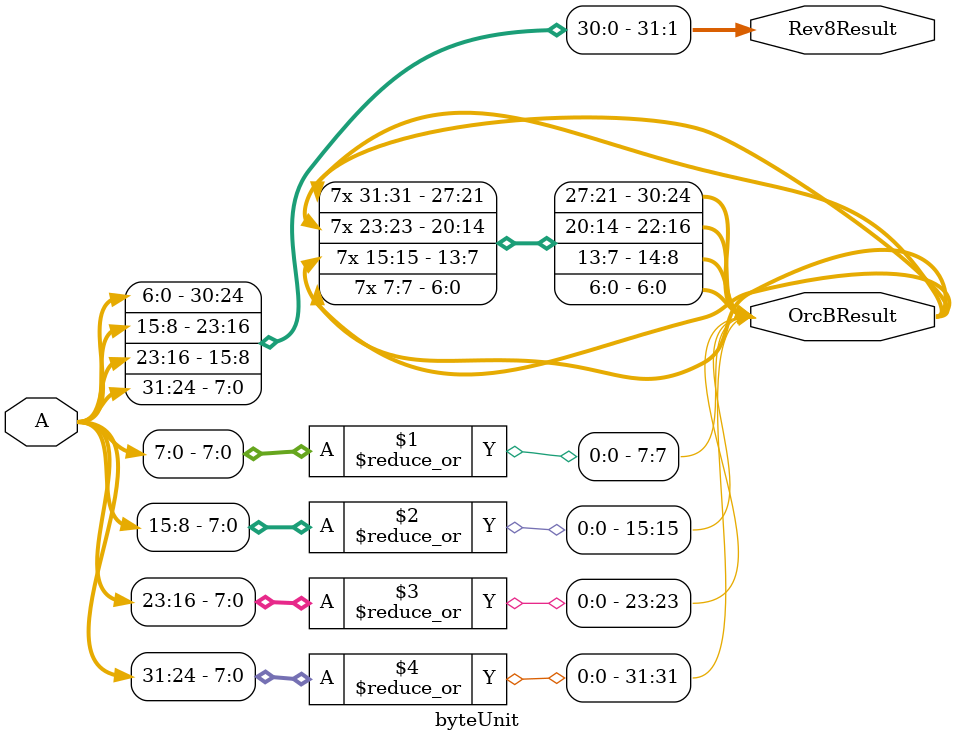
<source format=sv>

`include "wally-config.vh"

module byteUnit #(parameter WIDTH=32) (
  input  logic [WIDTH-1:0] A,             // Operands
  output logic [WIDTH-1:0] OrcBResult,    // OrcB result
  output logic [WIDTH-1:0] Rev8Result);   // Rev8 result

  genvar i;

  for (i=0;i<WIDTH;i+=8) begin:loop
    assign OrcBResult[i+7:i] = {8{|A[i+7:i]}};
    assign Rev8Result[WIDTH-i:WIDTH-i-7] = A[i+7:i];
  end

endmodule
</source>
